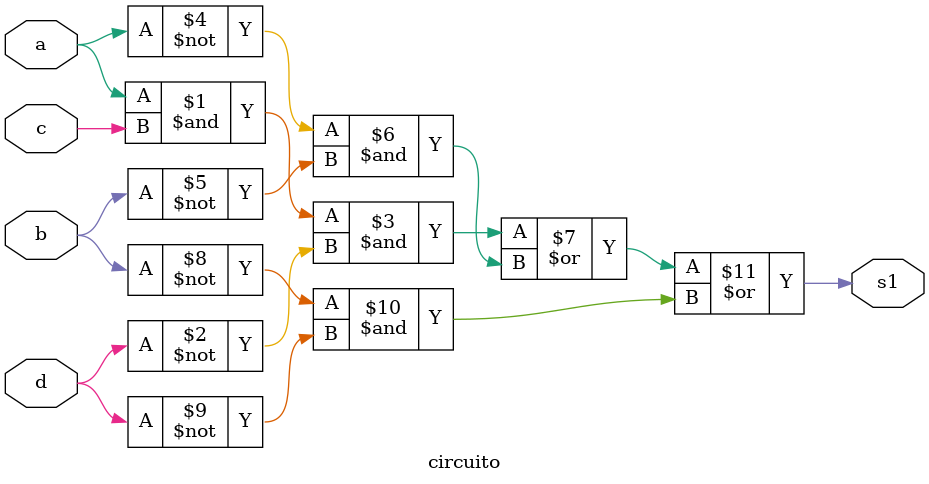
<source format=sv>
module circuito (
    input logic a,
    input logic b,
    input logic c,
    input logic d,
    output logic s1
);
    assign s1 = ((a & c) & (~d))|((~a)&(~b))|((~b)&(~d));
endmodule


</source>
